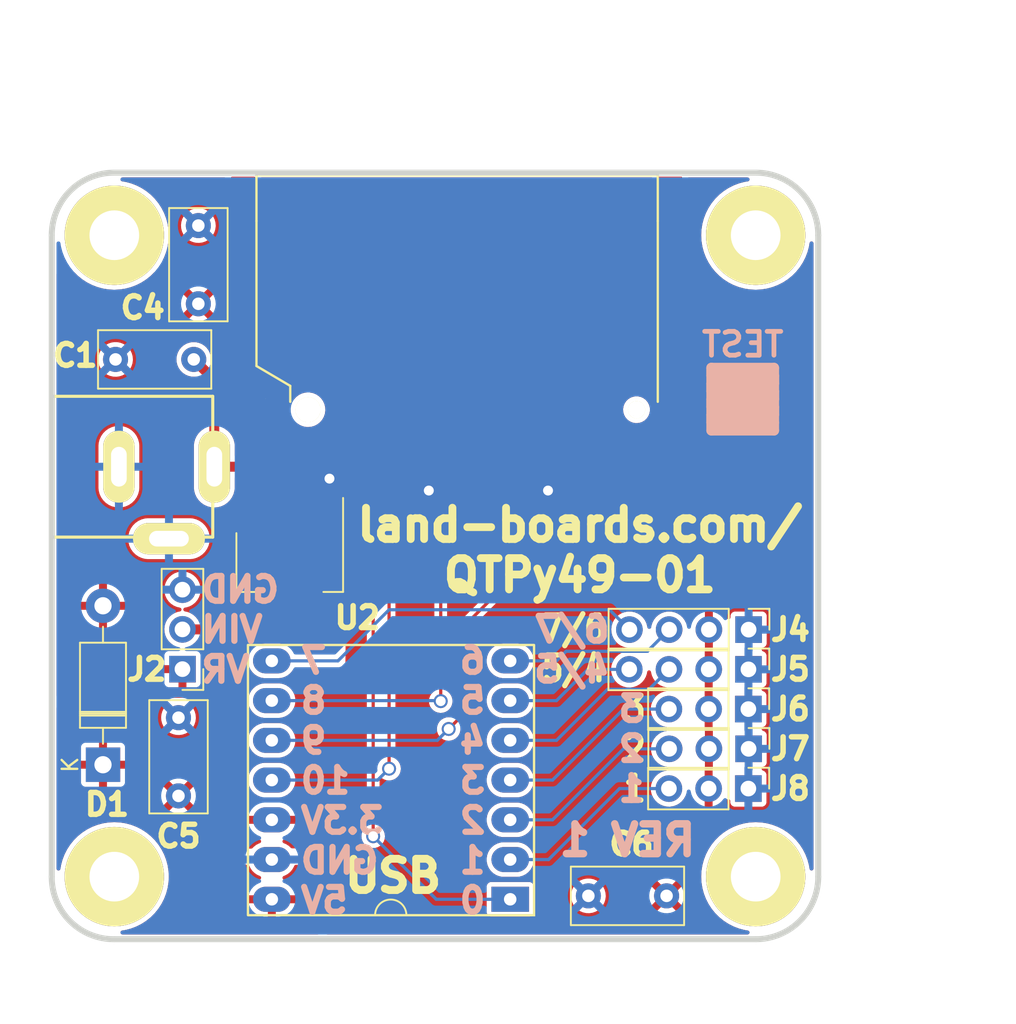
<source format=kicad_pcb>
(kicad_pcb (version 20211014) (generator pcbnew)
  (title_block (date "19 aug 2014"))
  (layers (0 "F.Cu" signal "Front") (31 "B.Cu" signal "Back") (36 "B.SilkS" user "B.Silkscreen") (37 "F.SilkS" user "F.Silkscreen") (38 "B.Mask" user) (39 "F.Mask" user) (44 "Edge.Cuts" user))
  (net 0 "")
  (net 1 "+5V")
  (net 2 "/AD0")
  (net 3 "/AD1")
  (net 4 "/AD2")
  (net 5 "/AD3")
  (net 6 "/D4_SDA")
  (net 7 "/D5_SCL")
  (net 8 "/AD6_TX")
  (net 9 "/AD7_RX")
  (net 10 "/AD8_SCK")
  (net 11 "/AD9_MISO")
  (net 12 "/AD10_MOSI")
  (net 13 "+3V3")
  (net 14 "/VREG")
  (net 15 "/VIN")
  (net 16 "GND")
  (footprint "Package_TO_SOT_SMD:SOT-223" (layer "F.Cu") (at 15.2146 24.892 -90)
    (fp_text reference "U2" (at 3.556 -4.318) (layer "F.SilkS") (effects (font (size 1.397 1.397) (thickness 0.381))))
    (fp_text value "AP1117")
    (fp_line (start 1.91 3.41) (end 1.91 2.15) (layer "F.SilkS") (width 0.12))
    (fp_line (start 1.91 -3.41) (end 1.91 -2.15) (layer "F.SilkS") (width 0.12))
    (fp_line (start -4.1 -3.41) (end 1.91 -3.41) (layer "F.SilkS") (width 0.12))
    (fp_line (start -1.85 3.41) (end 1.91 3.41) (layer "F.SilkS") (width 0.12))
    (pad "1" smd rect (at -3.15 -2.3 270) (size 2 1.5) (layers "F.Cu" "F.Paste" "F.Mask") (net 16 "GND"))
    (pad "2" smd rect (at -3.15 0 270) (size 2 1.5) (layers "F.Cu" "F.Paste" "F.Mask") (net 14 "/VREG"))
    (pad "3" smd rect (at -3.15 2.3 270) (size 2 1.5) (layers "F.Cu" "F.Paste" "F.Mask") (net 15 "/VIN"))
    (pad "4" smd rect (at 3.15 0 270) (size 2 3.8) (layers "F.Cu" "F.Paste" "F.Mask") (net 14 "/VREG"))
  )
  (footprint "Connector_PinHeader_2.54mm:PinHeader_1x03_P2.54mm_Vertical" (layer "F.Cu") (at 44.547282 36.83 -90)
    (fp_text reference "J7" (at 0 -2.671318 180) (layer "F.SilkS") (effects (font (size 1.397 1.397) (thickness 0.381))))
    (fp_text value "Conn_01x03")
    (fp_line (start -1.33 1.27) (end 1.33 1.27) (layer "F.SilkS") (width 0.12))
    (fp_line (start -1.33 -1.33) (end 0 -1.33) (layer "F.SilkS") (width 0.12))
    (fp_line (start 1.33 1.27) (end 1.33 6.41) (layer "F.SilkS") (width 0.12))
    (fp_line (start -1.33 1.27) (end -1.33 6.41) (layer "F.SilkS") (width 0.12))
    (fp_line (start -1.33 6.41) (end 1.33 6.41) (layer "F.SilkS") (width 0.12))
    (fp_line (start -1.33 0) (end -1.33 -1.33) (layer "F.SilkS") (width 0.12))
    (pad "1" thru_hole rect (at 0 0 270) (size 1.7 1.7) (drill 1) (layers *.Cu *.Mask) (net 16 "GND"))
    (pad "2" thru_hole oval (at 0 2.54 270) (size 1.7 1.7) (drill 1) (layers *.Cu *.Mask) (net 13 "+3V3"))
    (pad "3" thru_hole oval (at 0 5.08 270) (size 1.7 1.7) (drill 1) (layers *.Cu *.Mask) (net 4 "/AD2"))
  )
  (footprint "LandBoards_MountHoles:MTG-4-40" (layer "F.Cu") (at 4 4)
    (fp_text reference "MTG1" hide)
    (fp_text value "4-40_MTG_HOLE" hide)
    (pad "1" thru_hole circle locked (at 0 0) (size 6.35 6.35) (drill 3.175) (layers *.Cu *.Mask "F.SilkS"))
  )
  (footprint "LandBoards_MountHoles:MTG-4-40" (layer "F.Cu") (at 45 4)
    (fp_text reference "MTG2" hide)
    (fp_text value "4-40_MTG_HOLE" hide)
    (pad "1" thru_hole circle locked (at 0 0) (size 6.35 6.35) (drill 3.175) (layers *.Cu *.Mask "F.SilkS"))
  )
  (footprint "LandBoards_MountHoles:MTG-4-40" (layer "F.Cu") (at 45 45)
    (fp_text reference "MTG4" hide)
    (fp_text value "4-40_MTG_HOLE" hide)
    (pad "1" thru_hole circle locked (at 0 0) (size 6.35 6.35) (drill 3.175) (layers *.Cu *.Mask "F.SilkS"))
  )
  (footprint "Connector_PinHeader_2.54mm:PinHeader_1x03_P2.54mm_Vertical" (layer "F.Cu") (at 44.532282 39.37 -90)
    (fp_text reference "J8" (at 0 -2.686318 180) (layer "F.SilkS") (effects (font (size 1.397 1.397) (thickness 0.381))))
    (fp_text value "Conn_01x03")
    (fp_line (start 1.33 1.27) (end 1.33 6.41) (layer "F.SilkS") (width 0.12))
    (fp_line (start -1.33 0) (end -1.33 -1.33) (layer "F.SilkS") (width 0.12))
    (fp_line (start -1.33 1.27) (end 1.33 1.27) (layer "F.SilkS") (width 0.12))
    (fp_line (start -1.33 6.41) (end 1.33 6.41) (layer "F.SilkS") (width 0.12))
    (fp_line (start -1.33 1.27) (end -1.33 6.41) (layer "F.SilkS") (width 0.12))
    (fp_line (start -1.33 -1.33) (end 0 -1.33) (layer "F.SilkS") (width 0.12))
    (pad "1" thru_hole rect (at 0 0 270) (size 1.7 1.7) (drill 1) (layers *.Cu *.Mask) (net 16 "GND"))
    (pad "2" thru_hole oval (at 0 2.54 270) (size 1.7 1.7) (drill 1) (layers *.Cu *.Mask) (net 13 "+3V3"))
    (pad "3" thru_hole oval (at 0 5.08 270) (size 1.7 1.7) (drill 1) (layers *.Cu *.Mask) (net 3 "/AD1"))
  )
  (footprint "Capacitor_THT:C_Rect_L7.0mm_W3.5mm_P5.00mm" (layer "F.Cu") (at 8.1026 39.838 90)
    (fp_text reference "C5" (at -2.58 0 180) (layer "F.SilkS") (effects (font (size 1.397 1.397) (thickness 0.381))))
    (fp_text value "0.1uF")
    (fp_line (start -1.12 -1.87) (end -1.12 1.87) (layer "F.SilkS") (width 0.12))
    (fp_line (start -1.12 1.87) (end 6.12 1.87) (layer "F.SilkS") (width 0.12))
    (fp_line (start 6.12 -1.87) (end 6.12 1.87) (layer "F.SilkS") (width 0.12))
    (fp_line (start -1.12 -1.87) (end 6.12 -1.87) (layer "F.SilkS") (width 0.12))
    (pad "1" thru_hole circle (at 0 0 90) (size 1.6 1.6) (drill 0.8) (layers *.Cu *.Mask) (net 1 "+5V"))
    (pad "2" thru_hole circle (at 5 0 90) (size 1.6 1.6) (drill 0.8) (layers *.Cu *.Mask) (net 16 "GND"))
  )
  (footprint "LandBoards_MountHoles:MTG-4-40" (layer "F.Cu") (at 4 45)
    (fp_text reference "MTG3" hide)
    (fp_text value "4-40_MTG_HOLE" hide)
    (pad "1" thru_hole circle locked (at 0 0) (size 6.35 6.35) (drill 3.175) (layers *.Cu *.Mask "F.SilkS"))
  )
  (footprint "LandBoards_Conns:DCJ-NEW-Slotted" (layer "F.Cu") (at 4.2926 18.796)
    (fp_text reference "J1" hide)
    (fp_text value "DCJ0202" hide)
    (fp_line (start -4.2 -4.5) (end 6 -4.5) (layer "F.SilkS") (width 0.2))
    (fp_line (start -4.2 4.5) (end -4.2 -4.5) (layer "F.SilkS") (width 0.2))
    (fp_line (start 6 -4.5) (end 6 4.5) (layer "F.SilkS") (width 0.2))
    (fp_line (start -4.2 4.5) (end 6 4.5) (layer "F.SilkS") (width 0.2))
    (pad "1" thru_hole oval (at 6.1 0) (size 2 4.6) (drill oval 1 2.54) (layers *.Cu *.Mask "F.SilkS") (net 15 "/VIN"))
    (pad "2" thru_hole oval (at 0 0) (size 2 4.6) (drill oval 1 2.54) (layers *.Cu *.Mask "F.SilkS") (net 16 "GND"))
    (pad "3" thru_hole oval (at 3.2 4.6) (size 4.6 2) (drill oval 2.54 1) (layers *.Cu *.Mask "F.SilkS") (net 16 "GND"))
  )
  (footprint "LandBoards_Conns:SD_CARD" (layer "F.Cu") (at 31.5026 15.1535 180)
    (fp_text reference "J3" hide)
    (fp_text value "SD_Card-Connector" hide)
    (fp_line (start 18.288 14.986) (end 18.415 14.986) (layer "F.SilkS") (width 0.15))
    (fp_line (start -7.239 12.065) (end -7.239 14.986) (layer "F.SilkS") (width 0.15))
    (fp_line (start 18.415 14.986) (end 18.415 12.065) (layer "F.SilkS") (width 0.15))
    (fp_line (start -7.239 0.508) (end -7.239 12.065) (layer "F.SilkS") (width 0.15))
    (fp_line (start -7.239 14.986) (end 18.288 14.986) (layer "F.SilkS") (width 0.15))
    (fp_line (start 18.415 12.065) (end 18.415 2.794) (layer "F.SilkS") (width 0.15))
    (fp_line (start 18.415 2.794) (end 16.256 1.524) (layer "F.SilkS") (width 0.15))
    (fp_line (start 16.256 1.524) (end 16.256 0.508) (layer "F.SilkS") (width 0.15))
    (fp_line (start 17.82 0.72) (end 17.82 0.71) (layer "F.SilkS") (width 0.01))
    (pad "" np_thru_hole circle locked (at -5.88 0 180) (size 1.1 1.1) (drill 1.1) (layers *.Cu *.Mask "F.SilkS"))
    (pad "" np_thru_hole circle locked (at 15.12 0 180) (size 1.6 1.6) (drill 1.6) (layers *.Cu *.Mask "F.SilkS"))
    (pad "1" smd rect locked (at 12.5 -2.8 180) (size 1 1.5) (layers "F.Cu" "F.Mask") (net 2 "/AD0"))
    (pad "2" smd rect locked (at 10 -2.8 180) (size 1 1.5) (layers "F.Cu" "F.Mask") (net 12 "/AD10_MOSI"))
    (pad "3" smd rect locked (at 7.5 -2.8 180) (size 1 1.5) (layers "F.Cu" "F.Mask") (net 16 "GND"))
    (pad "4" smd rect locked (at 5 -2.8 180) (size 1 1.5) (layers "F.Cu" "F.Mask") (net 13 "+3V3"))
    (pad "5" smd rect locked (at 2.5 -2.8 180) (size 1 1.5) (layers "F.Cu" "F.Mask") (net 10 "/AD8_SCK"))
    (pad "6" smd rect locked (at 0 -2.8 180) (size 1 1.5) (layers "F.Cu" "F.Mask") (net 16 "GND"))
    (pad "7" smd rect locked (at -2.42 -2.8 180) (size 1 1.5) (layers "F.Cu" "F.Mask") (net 11 "/AD9_MISO"))
    (pad "8" smd rect locked (at -4.12 -2.8 180) (size 1 1.5) (layers "F.Cu" "F.Mask"))
    (pad "9" smd rect locked (at 15 -2.8 180) (size 1 1.5) (layers "F.Cu" "F.Mask"))
    (pad "10" smd rect locked (at -5.46 -2.8 180) (size 0.7 1.5) (layers "F.Cu" "F.Mask"))
    (pad "11" smd rect locked (at -6.6 -2.8 180) (size 0.7 1.5) (layers "F.Cu" "F.Mask"))
    (pad "12" smd rect locked (at 17.07 -1 180) (size 1.5 2.8) (layers "F.Cu" "F.Mask"))
    (pad "13" smd rect locked (at -8.03 -1 180) (size 1.5 2.8) (layers "F.Cu" "F.Mask"))
    (pad "14" smd rect locked (at -8.03 13.5 180) (size 1.5 2.8) (layers "F.Cu" "F.Mask"))
    (pad "15" smd rect locked (at 19.27 13.5 180) (size 1.5 2.8) (layers "F.Cu" "F.Mask"))
  )
  (footprint "LandBoards_Marking:TEST_BLK-REAR" (layer "F.Cu") (at 44.1706 14.478)
    (fp_text reference "TEST" (at 0 -3.5) (layer "B.SilkS") (effects (font (size 1.524 1.524) (thickness 0.3048)) (justify mirror)))
    (fp_text value "TEST COUPON" hide)
    (fp_line (start 1.5 0.5) (end 2 0.5) (layer "B.SilkS") (width 0.65))
    (fp_line (start 2 -1.5) (end 2 -1) (layer "B.SilkS") (width 0.65))
    (fp_line (start 2 -2) (end 2 2) (layer "B.SilkS") (width 0.65))
    (fp_line (start -2 1) (end -2 1.5) (layer "B.SilkS") (width 0.65))
    (fp_line (start -2 -2) (end 2 -2) (layer "B.SilkS") (width 0.65))
    (fp_line (start -2 -2) (end -2 -1.5) (layer "B.SilkS") (width 0.65))
    (fp_line (start 2 0) (end -2 0) (layer "B.SilkS") (width 0.65))
    (fp_line (start -2 2) (end -2 -2) (layer "B.SilkS") (width 0.65))
    (fp_line (start -2 -0.5) (end 2 -0.5) (layer "B.SilkS") (width 0.65))
    (fp_line (start 2 2) (end -2 2) (layer "B.SilkS") (width 0.65))
    (fp_line (start -2 -1.5) (end 2 -1.5) (layer "B.SilkS") (width 0.65))
    (fp_line (start -2 -1) (end -2 -0.5) (layer "B.SilkS") (width 0.65))
    (fp_line (start 2 -1) (end -2 -1) (layer "B.SilkS") (width 0.65))
    (fp_line (start 2 1) (end -2 1) (layer "B.SilkS") (width 0.65))
    (fp_line (start -2 0) (end -2 0.5) (layer "B.SilkS") (width 0.65))
    (fp_line (start 2 0.5) (end 2 1) (layer "B.SilkS") (width 0.65))
    (fp_line (start 2 -0.5) (end 2 0) (layer "B.SilkS") (width 0.65))
    (fp_line (start -2 0.5) (end 1.5 0.5) (layer "B.SilkS") (width 0.65))
    (fp_line (start -2 1.5) (end 2 1.5) (layer "B.SilkS") (width 0.65))
  )
  (footprint "Capacitor_THT:C_Rect_L7.0mm_W3.5mm_P5.00mm" (layer "F.Cu") (at 9.0786 11.938 180)
    (fp_text reference "C1" (at 7.58 0.254 180) (layer "F.SilkS") (effects (font (size 1.397 1.397) (thickness 0.381))))
    (fp_text value "0.1uF")
    (fp_line (start -1.12 1.87) (end 6.12 1.87) (layer "F.SilkS") (width 0.12))
    (fp_line (start 6.12 -1.87) (end 6.12 1.87) (layer "F.SilkS") (width 0.12))
    (fp_line (start -1.12 -1.87) (end -1.12 1.87) (layer "F.SilkS") (width 0.12))
    (fp_line (start -1.12 -1.87) (end 6.12 -1.87) (layer "F.SilkS") (width 0.12))
    (pad "1" thru_hole circle (at 0 0 180) (size 1.6 1.6) (drill 0.8) (layers *.Cu *.Mask) (net 15 "/VIN"))
    (pad "2" thru_hole circle (at 5 0 180) (size 1.6 1.6) (drill 0.8) (layers *.Cu *.Mask) (net 16 "GND"))
  )
  (footprint "Connector_PinHeader_2.54mm:PinHeader_1x03_P2.54mm_Vertical" (layer "F.Cu") (at 44.532282 34.29 -90)
    (fp_text reference "J6" (at 0 -2.686318 180) (layer "F.SilkS") (effects (font (size 1.397 1.397) (thickness 0.381))))
    (fp_text value "Conn_01x03")
    (fp_line (start -1.33 1.27) (end -1.33 6.41) (layer "F.SilkS") (width 0.12))
    (fp_line (start -1.33 0) (end -1.33 -1.33) (layer "F.SilkS") (width 0.12))
    (fp_line (start -1.33 6.41) (end 1.33 6.41) (layer "F.SilkS") (width 0.12))
    (fp_line (start -1.33 1.27) (end 1.33 1.27) (layer "F.SilkS") (width 0.12))
    (fp_line (start -1.33 -1.33) (end 0 -1.33) (layer "F.SilkS") (width 0.12))
    (fp_line (start 1.33 1.27) (end 1.33 6.41) (layer "F.SilkS") (width 0.12))
    (pad "1" thru_hole rect (at 0 0 270) (size 1.7 1.7) (drill 1) (layers *.Cu *.Mask) (net 16 "GND"))
    (pad "2" thru_hole oval (at 0 2.54 270) (size 1.7 1.7) (drill 1) (layers *.Cu *.Mask) (net 13 "+3V3"))
    (pad "3" thru_hole oval (at 0 5.08 270) (size 1.7 1.7) (drill 1) (layers *.Cu *.Mask) (net 5 "/AD3"))
  )
  (footprint "Connector_PinHeader_2.54mm:PinHeader_1x04_P2.54mm_Vertical" (layer "F.Cu") (at 44.537282 31.75 -90)
    (fp_text reference "J5" (at 0 -2.681318 180) (layer "F.SilkS") (effects (font (size 1.397 1.397) (thickness 0.381))))
    (fp_text value "Conn_01x04")
    (fp_line (start -1.33 1.27) (end 1.33 1.27) (layer "F.SilkS") (width 0.12))
    (fp_line (start -1.33 8.95) (end 1.33 8.95) (layer "F.SilkS") (width 0.12))
    (fp_line (start 1.33 1.27) (end 1.33 8.95) (layer "F.SilkS") (width 0.12))
    (fp_line (start -1.33 1.27) (end -1.33 8.95) (layer "F.SilkS") (width 0.12))
    (fp_line (start -1.33 -1.33) (end 0 -1.33) (layer "F.SilkS") (width 0.12))
    (fp_line (start -1.33 0) (end -1.33 -1.33) (layer "F.SilkS") (width 0.12))
    (pad "1" thru_hole rect (at 0 0 270) (size 1.7 1.7) (drill 1) (layers *.Cu *.Mask) (net 16 "GND"))
    (pad "2" thru_hole oval (at 0 2.54 270) (size 1.7 1.7) (drill 1) (layers *.Cu *.Mask) (net 13 "+3V3"))
    (pad "3" thru_hole oval (at 0 5.08 270) (size 1.7 1.7) (drill 1) (layers *.Cu *.Mask) (net 6 "/D4_SDA"))
    (pad "4" thru_hole oval (at 0 7.62 270) (size 1.7 1.7) (drill 1) (layers *.Cu *.Mask) (net 7 "/D5_SCL"))
  )
  (footprint "Connector_PinHeader_2.54mm:PinHeader_1x03_P2.54mm_Vertical" (layer "F.Cu") (at 8.3566 31.735 180)
    (fp_text reference "J2" (at 2.286 -0.015 180) (layer "F.SilkS") (effects (font (size 1.397 1.397) (thickness 0.381))))
    (fp_text value "Conn_01x03")
    (fp_line (start -1.33 0) (end -1.33 -1.33) (layer "F.SilkS") (width 0.12))
    (fp_line (start -1.33 1.27) (end -1.33 6.41) (layer "F.SilkS") (width 0.12))
    (fp_line (start -1.33 6.41) (end 1.33 6.41) (layer "F.SilkS") (width 0.12))
    (fp_line (start 1.33 1.27) (end 1.33 6.41) (layer "F.SilkS") (width 0.12))
    (fp_line (start -1.33 -1.33) (end 0 -1.33) (layer "F.SilkS") (width 0.12))
    (fp_line (start -1.33 1.27) (end 1.33 1.27) (layer "F.SilkS") (width 0.12))
    (pad "1" thru_hole rect (at 0 0 180) (size 1.7 1.7) (drill 1) (layers *.Cu *.Mask) (net 14 "/VREG"))
    (pad "2" thru_hole oval (at 0 2.54 180) (size 1.7 1.7) (drill 1) (layers *.Cu *.Mask) (net 15 "/VIN"))
    (pad "3" thru_hole oval (at 0 5.08 180) (size 1.7 1.7) (drill 1) (layers *.Cu *.Mask) (net 16 "GND"))
  )
  (footprint "Capacitor_THT:C_Rect_L7.0mm_W3.5mm_P5.00mm" (layer "F.Cu") (at 39.3046 46.228 180)
    (fp_text reference "C6" (at 2.246 3.302) (layer "F.SilkS") (effects (font (size 1.397 1.397) (thickness 0.381))))
    (fp_text value "0.1uF")
    (fp_line (start 6.12 -1.87) (end 6.12 1.87) (layer "F.SilkS") (width 0.12))
    (fp_line (start -1.12 1.87) (end 6.12 1.87) (layer "F.SilkS") (width 0.12))
    (fp_line (start -1.12 -1.87) (end 6.12 -1.87) (layer "F.SilkS") (width 0.12))
    (fp_line (start -1.12 -1.87) (end -1.12 1.87) (layer "F.SilkS") (width 0.12))
    (pad "1" thru_hole circle (at 0 0 180) (size 1.6 1.6) (drill 0.8) (layers *.Cu *.Mask) (net 13 "+3V3"))
    (pad "2" thru_hole circle (at 5 0 180) (size 1.6 1.6) (drill 0.8) (layers *.Cu *.Mask) (net 16 "GND"))
  )
  (footprint "LandBoards_BoardOutlines:QT_Py" (layer "F.Cu") (at 29.307282 46.447282 180)
    (fp_text reference "BRD1" hide)
    (fp_text value "QT_Py")
    (fp_rect (start -1.524 -1.016) (end 16.764 16.256) (layer "F.SilkS") (width 0.15) (fill none))
    (fp_arc (start 8.636 -1.016) (mid 7.636 -0.016) (end 6.636 -1.016) (layer "F.SilkS") (width 0.12))
    (pad "1" thru_hole rect (at 0 0 180) (size 2.4 1.6) (drill 0.8) (layers *.Cu *.Mask) (net 2 "/AD0"))
    (pad "2" thru_hole oval (at 0 2.54 180) (size 2.4 1.6) (drill 0.8) (layers *.Cu *.Mask) (net 3 "/AD1"))
    (pad "3" thru_hole oval (at 0 5.08 180) (size 2.4 1.6) (drill 0.8) (layers *.Cu *.Mask) (net 4 "/AD2"))
    (pad "4" thru_hole oval (at 0 7.62 180) (size 2.4 1.6) (drill 0.8) (layers *.Cu *.Mask) (net 5 "/AD3"))
    (pad "5" thru_hole oval (at 0 10.16 180) (size 2.4 1.6) (drill 0.8) (layers *.Cu *.Mask) (net 6 "/D4_SDA"))
    (pad "6" thru_hole oval (at 0 12.7 180) (size 2.4 1.6) (drill 0.8) (layers *.Cu *.Mask) (net 7 "/D5_SCL"))
    (pad "7" thru_hole oval (at 0 15.24 180) (size 2.4 1.6) (drill 0.8) (layers *.Cu *.Mask) (net 8 "/AD6_TX"))
    (pad "8" thru_hole oval (at 15.24 15.24 180) (size 2.4 1.6) (drill 0.8) (layers *.Cu *.Mask) (net 9 "/AD7_RX"))
    (pad "9" thru_hole oval (at 15.24 12.7 180) (size 2.4 1.6) (drill 0.8) (layers *.Cu *.Mask) (net 10 "/AD8_SCK"))
    (pad "10" thru_hole oval (at 15.24 10.16 180) (size 2.4 1.6) (drill 0.8) (layers *.Cu *.Mask) (net 11 "/AD9_MISO"))
    (pad "11" thru_hole oval (at 15.24 7.62 180) (size 2.4 1.6) (drill 0.8) (layers *.Cu *.Mask) (net 12 "/AD10_MOSI"))
    (pad "12" thru_hole oval (at 15.24 5.08 180) (size 2.4 1.6) (drill 0.8) (layers *.Cu *.Mask) (net 13 "+3V3"))
    (pad "13" thru_hole oval (at 15.24 2.54 180) (size 2.4 1.6) (drill 0.8) (layers *.Cu *.Mask) (net 16 "GND"))
    (pad "14" thru_hole oval (at 15.24 0 180) (size 2.4 1.6) (drill 0.8) (layers *.Cu *.Mask) (net 1 "+5V"))
  )
  (footprint "Capacitor_THT:C_Rect_L7.0mm_W3.5mm_P5.00mm" (layer "F.Cu") (at 9.3726 8.382 90)
    (fp_text reference "C4" (at -0.254 -3.556 180) (layer "F.SilkS") (effects (font (size 1.397 1.397) (thickness 0.381))))
    (fp_text value "0.1uF")
    (fp_line (start -1.12 -1.87) (end 6.12 -1.87) (layer "F.SilkS") (width 0.12))
    (fp_line (start 6.12 -1.87) (end 6.12 1.87) (layer "F.SilkS") (width 0.12))
    (fp_line (start -1.12 -1.87) (end -1.12 1.87) (layer "F.SilkS") (width 0.12))
    (fp_line (start -1.12 1.87) (end 6.12 1.87) (layer "F.SilkS") (width 0.12))
    (pad "1" thru_hole circle (at 0 0 90) (size 1.6 1.6) (drill 0.8) (layers *.Cu *.Mask) (net 14 "/VREG"))
    (pad "2" thru_hole circle (at 5 0 90) (size 1.6 1.6) (drill 0.8) (layers *.Cu *.Mask) (net 16 "GND"))
  )
  (footprint "Connector_PinHeader_2.54mm:PinHeader_1x04_P2.54mm_Vertical" (layer "F.Cu") (at 44.547282 29.21 -90)
    (fp_text reference "J4" (at 0 -2.671318 180) (layer "F.SilkS") (effects (font (size 1.397 1.397) (thickness 0.381))))
    (fp_text value "Conn_01x04")
    (fp_line (start -1.33 -1.33) (end 0 -1.33) (layer "F.SilkS") (width 0.12))
    (fp_line (start 1.33 1.27) (end 1.33 8.95) (layer "F.SilkS") (width 0.12))
    (fp_line (start -1.33 0) (end -1.33 -1.33) (layer "F.SilkS") (width 0.12))
    (fp_line (start -1.33 1.27) (end 1.33 1.27) (layer "F.SilkS") (width 0.12))
    (fp_line (start -1.33 8.95) (end 1.33 8.95) (layer "F.SilkS") (width 0.12))
    (fp_line (start -1.33 1.27) (end -1.33 8.95) (layer "F.SilkS") (width 0.12))
    (pad "1" thru_hole rect (at 0 0 270) (size 1.7 1.7) (drill 1) (layers *.Cu *.Mask) (net 16 "GND"))
    (pad "2" thru_hole oval (at 0 2.54 270) (size 1.7 1.7) (drill 1) (layers *.Cu *.Mask) (net 13 "+3V3"))
    (pad "3" thru_hole oval (at 0 5.08 270) (size 1.7 1.7) (drill 1) (layers *.Cu *.Mask) (net 8 "/AD6_TX"))
    (pad "4" thru_hole oval (at 0 7.62 270) (size 1.7 1.7) (drill 1) (layers *.Cu *.Mask) (net 9 "/AD7_RX"))
  )
  (footprint "Diode_THT:D_DO-41_SOD81_P10.16mm_Horizontal" (layer "F.Cu") (at 3.2766 37.846 90)
    (fp_text reference "D1" (at -2.54 0.254 180) (layer "F.SilkS") (effects (font (size 1.397 1.397) (thickness 0.381))))
    (fp_text value "D_Schottky")
    (fp_text user "K" (at 0 -2.1 90) (layer "F.SilkS"))
    (fp_line (start 7.8 -1.47) (end 2.36 -1.47) (layer "F.SilkS") (width 0.12))
    (fp_line (start 3.26 -1.47) (end 3.26 1.47) (layer "F.SilkS") (width 0.12))
    (fp_line (start 2.36 1.47) (end 7.8 1.47) (layer "F.SilkS") (width 0.12))
    (fp_line (start 2.36 -1.47) (end 2.36 1.47) (layer "F.SilkS") (width 0.12))
    (fp_line (start 3.38 -1.47) (end 3.38 1.47) (layer "F.SilkS") (width 0.12))
    (fp_line (start 8.82 0) (end 7.8 0) (layer "F.SilkS") (width 0.12))
    (fp_line (start 1.34 0) (end 2.36 0) (layer "F.SilkS") (width 0.12))
    (fp_line (start 3.14 -1.47) (end 3.14 1.47) (layer "F.SilkS") (width 0.12))
    (fp_line (start 7.8 1.47) (end 7.8 -1.47) (layer "F.SilkS") (width 0.12))
    (pad "1" thru_hole rect (at 0 0 90) (size 2.2 2.2) (drill 1.1) (layers *.Cu *.Mask) (net 1 "+5V"))
    (pad "2" thru_hole oval (at 10.16 0 90) (size 2.2 2.2) (drill 1.1) (layers *.Cu *.Mask) (net 14 "/VREG"))
  )
  (gr_line (start 49 45) (end 49 4) (layer "Edge.Cuts") (width 0.381))
  (gr_arc (start 49 45) (mid 47.828427 47.828427) (end 45 49) (layer "Edge.Cuts") (width 0.381))
  (gr_arc (start 4 49) (mid 1.163751 47.836249) (end 0 45) (layer "Edge.Cuts") (width 0.381))
  (gr_arc (start 0 4) (mid 1.171573 1.171573) (end 4 0) (layer "Edge.Cuts") (width 0.381))
  (gr_line (start 4 49) (end 45 49) (layer "Edge.Cuts") (width 0.381))
  (gr_line (start 45 0) (end 4 0) (layer "Edge.Cuts") (width 0.381))
  (gr_line (start 0 4) (end 0 45) (layer "Edge.Cuts") (width 0.381))
  (gr_arc (start 45 0) (mid 47.828427 1.171573) (end 49 4) (layer "Edge.Cuts") (width 0.381))
  (gr_text "GND\nVIN\nVR" (at 9.3726 29.21) (layer "B.SilkS") (effects (font (size 1.5875 1.5875) (thickness 0.396875)) (justify right mirror)))
  (gr_text "7\n8\n9\n10\n3.3V\nGND\n5V" (at 15.7226 38.862) (layer "B.SilkS") (effects (font (size 1.5875 1.5875) (thickness 0.396875)) (justify right mirror)))
  (gr_text "REV 1" (at 36.8046 42.672) (layer "B.SilkS") (effects (font (size 1.905 1.905) (thickness 0.47625)) (justify mirror)))
  (gr_text "6/7\n4/5" (at 33.2486 30.48) (layer "B.SilkS") (effects (font (size 1.5875 1.5875) (thickness 0.396875)) (justify mirror)))
  (gr_text "3\n2\n1" (at 37.0586 36.83) (layer "B.SilkS") (effects (font (size 1.5875 1.5875) (thickness 0.396875)) (justify mirror)))
  (gr_text "6\n5\n4\n3\n2\n1\n0" (at 27.9146 38.862) (layer "B.SilkS") (effects (font (size 1.5875 1.5875) (thickness 0.396875)) (justify left mirror)))
  (gr_text "7/6\n5/4" (at 35.587282 30.42) (layer "F.SilkS") (effects (font (size 1.5875 1.35) (thickness 0.3375)) (justify right)))
  (gr_text "3\n2\n1" (at 38.137282 36.83) (layer "F.SilkS") (effects (font (size 1.5875 1.35) (thickness 0.3375)) (justify right)))
  (gr_text "land-boards.com/\nQTPy49-01" (at 33.7566 24.13) (layer "F.SilkS") (effects (font (size 2 2) (thickness 0.5))))
  (gr_text "USB" (at 21.8186 44.958) (layer "F.SilkS") (effects (font (size 2 2) (thickness 0.5))))
  (segment (start 20.5486 21.082) (end 19.0026 19.536) (width 0.2032) (layer "F.Cu") (net 2))
  (segment (start 20.5486 42.418) (end 20.5486 21.082) (width 0.2032) (layer "F.Cu") (net 2))
  (segment (start 19.0026 19.536) (end 19.0026 17.9535) (width 0.2032) (layer "F.Cu") (net 2))
  (via (at 20.5486 42.418) (size 0.889) (drill 0.635) (layers "F.Cu" "B.Cu") (net 2))
  (segment (start 29.307282 46.447282) (end 24.577882 46.447282) (width 0.2032) (layer "B.Cu") (net 2))
  (segment (start 24.577882 46.447282) (end 20.5486 42.418) (width 0.2032) (layer "B.Cu") (net 2))
  (segment (start 31.759318 43.907282) (end 36.2966 39.37) (width 0.2032) (layer "B.Cu") (net 3))
  (segment (start 36.2966 39.37) (end 39.452282 39.37) (width 0.2032) (layer "B.Cu") (net 3))
  (segment (start 29.307282 43.907282) (end 31.759318 43.907282) (width 0.2032) (layer "B.Cu") (net 3))
  (segment (start 32.013318 41.367282) (end 36.5506 36.83) (width 0.2032) (layer "B.Cu") (net 4))
  (segment (start 29.307282 41.367282) (end 32.013318 41.367282) (width 0.2032) (layer "B.Cu") (net 4))
  (segment (start 36.5506 36.83) (end 39.467282 36.83) (width 0.2032) (layer "B.Cu") (net 4))
  (segment (start 29.307282 38.827282) (end 32.013318 38.827282) (width 0.2032) (layer "B.Cu") (net 5))
  (segment (start 32.013318 38.827282) (end 36.5506 34.29) (width 0.2032) (layer "B.Cu") (net 5))
  (segment (start 36.5506 34.29) (end 39.452282 34.29) (width 0.2032) (layer "B.Cu") (net 5))
  (segment (start 29.307282 36.287282) (end 32.267318 36.287282) (width 0.2032) (layer "B.Cu") (net 6))
  (segment (start 35.5346 33.02) (end 38.187282 33.02) (width 0.2032) (layer "B.Cu") (net 6))
  (segment (start 32.267318 36.287282) (end 35.5346 33.02) (width 0.2032) (layer "B.Cu") (net 6))
  (segment (start 38.187282 33.02) (end 39.457282 31.75) (width 0.2032) (layer "B.Cu") (net 6))
  (segment (start 34.2646 31.75) (end 36.917282 31.75) (width 0.2032) (layer "B.Cu") (net 7))
  (segment (start 32.267318 33.747282) (end 34.2646 31.75) (width 0.2032) (layer "B.Cu") (net 7))
  (segment (start 29.307282 33.747282) (end 32.267318 33.747282) (width 0.2032) (layer "B.Cu") (net 7))
  (segment (start 32.267318 31.207282) (end 32.878911 30.595689) (width 0.2032) (layer "B.Cu") (net 8))
  (segment (start 32.878911 30.595689) (end 38.081593 30.595689) (width 0.2032) (layer "B.Cu") (net 8))
  (segment (start 29.307282 31.207282) (end 32.267318 31.207282) (width 0.2032) (layer "B.Cu") (net 8))
  (segment (start 38.081593 30.595689) (end 39.467282 29.21) (width 0.2032) (layer "B.Cu") (net 8))
  (segment (start 35.657282 27.94) (end 36.927282 29.21) (width 0.2032) (layer "B.Cu") (net 9))
  (segment (start 21.5646 27.94) (end 35.657282 27.94) (width 0.2032) (layer "B.Cu") (net 9))
  (segment (start 18.297318 31.207282) (end 21.5646 27.94) (width 0.2032) (layer "B.Cu") (net 9))
  (segment (start 14.067282 31.207282) (end 18.297318 31.207282) (width 0.2032) (layer "B.Cu") (net 9))
  (segment (start 29.0026 22.28) (end 24.8666 26.416) (width 0.2032) (layer "F.Cu") (net 10))
  (segment (start 24.8666 26.416) (end 24.8666 33.782) (width 0.2032) (layer "F.Cu") (net 10))
  (segment (start 29.0026 17.9535) (end 29.0026 22.28) (width 0.2032) (layer "F.Cu") (net 10))
  (via (at 24.8666 33.782) (size 0.889) (drill 0.635) (layers "F.Cu" "B.Cu") (net 10))
  (segment (start 24.831882 33.747282) (end 14.067282 33.747282) (width 0.2032) (layer "B.Cu") (net 10))
  (segment (start 24.8666 33.782) (end 24.831882 33.747282) (width 0.2032) (layer "B.Cu") (net 10))
  (segment (start 26.3906 28.956) (end 26.3906 34.544) (width 0.2032) (layer "F.Cu") (net 11))
  (segment (start 26.3906 28.956) (end 33.9226 21.424) (width 0.2032) (layer "F.Cu") (net 11))
  (segment (start 26.3906 34.544) (end 25.3746 35.56) (width 0.2032) (layer "F.Cu") (net 11))
  (segment (start 33.9226 21.424) (end 33.9226 17.9535) (width 0.2032) (layer "F.Cu") (net 11))
  (via (at 25.3746 35.56) (size 0.889) (drill 0.635) (layers "F.Cu" "B.Cu") (net 11))
  (segment (start 24.647318 36.287282) (end 25.3746 35.56) (width 0.2032) (layer "B.Cu") (net 11))
  (segment (start 14.067282 36.287282) (end 24.647318 36.287282) (width 0.2032) (layer "B.Cu") (net 11))
  (segment (start 21.5646 17.78) (end 21.5026 17.842) (width 0.2032) (layer "F.Cu") (net 12))
  (segment (start 21.5646 38.1) (end 21.5646 17.78) (width 0.2032) (layer "F.Cu") (net 12))
  (segment (start 21.5026 17.842) (end 21.5026 17.9535) (width 0.2032) (layer "F.Cu") (net 12))
  (via (at 21.5646 38.1) (size 0.889) (drill 0.635) (layers "F.Cu" "B.Cu") (net 12))
  (segment (start 14.067282 38.827282) (end 20.837318 38.827282) (width 0.2032) (layer "B.Cu") (net 12))
  (segment (start 20.837318 38.827282) (end 21.5646 38.1) (width 0.2032) (layer "B.Cu") (net 12))
  (segment (start 11.4046 25.654) (end 11.4046 28.448) (width 0.635) (layer "F.Cu") (net 15))
  (segment (start 10.6576 29.195) (end 8.3566 29.195) (width 0.635) (layer "F.Cu") (net 15))
  (segment (start 10.3926 18.796) (end 10.3926 13.252) (width 0.635) (layer "F.Cu") (net 15))
  (segment (start 11.4046 28.448) (end 10.6576 29.195) (width 0.635) (layer "F.Cu") (net 15))
  (segment (start 12.9146 21.742) (end 12.9146 24.144) (width 0.635) (layer "F.Cu") (net 15))
  (segment (start 12.9146 21.742) (end 12.9146 19.544) (width 0.635) (layer "F.Cu") (net 15))
  (segment (start 12.9146 19.544) (end 12.1666 18.796) (width 0.635) (layer "F.Cu") (net 15))
  (segment (start 12.9146 24.144) (end 11.4046 25.654) (width 0.635) (layer "F.Cu") (net 15))
  (segment (start 12.1666 18.796) (end 10.3926 18.796) (width 0.635) (layer "F.Cu") (net 15))
  (segment (start 10.3926 13.252) (end 9.0786 11.938) (width 0.635) (layer "F.Cu") (net 15))
  (segment (start 24.0026 17.9535) (end 24.0026 20.218) (width 0.2032) (layer "F.Cu") (net 16))
  (segment (start 17.5146 19.798) (end 17.7546 19.558) (width 0.635) (layer "F.Cu") (net 16))
  (segment (start 17.5146 21.742) (end 17.5146 19.798) (width 0.635) (layer "F.Cu") (net 16))
  (segment (start 31.5026 20.098) (end 31.7246 20.32) (width 0.2032) (layer "F.Cu") (net 16))
  (segment (start 24.0026 20.218) (end 24.1046 20.32) (width 0.2032) (layer "F.Cu") (net 16))
  (segment (start 31.5026 17.9535) (end 31.5026 20.098) (width 0.2032) (layer "F.Cu") (net 16))
  (via (at 17.7546 19.558) (size 0.889) (drill 0.635) (layers "F.Cu" "B.Cu") (net 16))
  (via (at 31.7246 20.32) (size 0.889) (drill 0.635) (layers "F.Cu" "B.Cu") (net 16))
  (via (at 24.1046 20.32) (size 0.889) (drill 0.635) (layers "F.Cu" "B.Cu") (net 16))
  (zone (net 13) (net_name "+3V3") (layer "F.Cu") (connect_pads (clearance 0.3048)) (min_thickness 0.254) (fill yes (thermal_gap 0.508) (thermal_bridge_width 0.508))
    (polygon (pts (xy 48.827282 45.403482) (xy 44.885282 49.025482) (xy 17.5006 49.025482) (xy 17.5006 43.18) (xy 10.776396 43.221482) (xy 10.819788 31.749535) (xy 18.770395 31.749744) (xy 19.0246 5.588) (xy -0.0254 5.842) (xy 3.5306 -0.000006) (xy 45.1866 0) (xy 48.9966 3.81)))
  )
  (zone (net 14) (net_name "/VREG") (layer "F.Cu") (connect_pads (clearance 0.3048)) (min_thickness 0.254) (fill yes (thermal_gap 0.508) (thermal_bridge_width 0.508))
    (polygon (pts (xy 18.0086 6.35) (xy 18.0086 30.226) (xy 9.6266 30.226) (xy 9.495282 33.569482) (xy -0.156718 33.569482) (xy -0.009218 15.408482) (xy 0.2286 6.35)))
  )
  (zone (net 1) (net_name "+5V") (layer "F.Cu") (connect_pads (clearance 0.3048)) (min_thickness 0.254) (fill yes (thermal_gap 0.508) (thermal_bridge_width 0.508))
    (polygon (pts (xy 10.003282 44.237482) (xy 17.115282 44.237482) (xy 17.115282 48.809482) (xy 3.653282 49.063482) (xy 0.605282 47.031482) (xy 0.097282 44.491482) (xy -0.156718 34.077482) (xy 10.003282 34.077482)))
  )
  (zone (net 16) (net_name "GND") (layer "B.Cu") (connect_pads (clearance 0.3048)) (min_thickness 0.254) (fill yes (thermal_gap 0.508) (thermal_bridge_width 0.508))
    (polygon (pts (xy 3.737282 0.003482) (xy 44.885282 0.003482) (xy 48.949282 3.559482) (xy 48.949282 45.215482) (xy 44.631282 49.025482) (xy 3.483282 49.025482) (xy -0.072718 44.707482) (xy -0.072718 3.813482)))
  )
)
</source>
